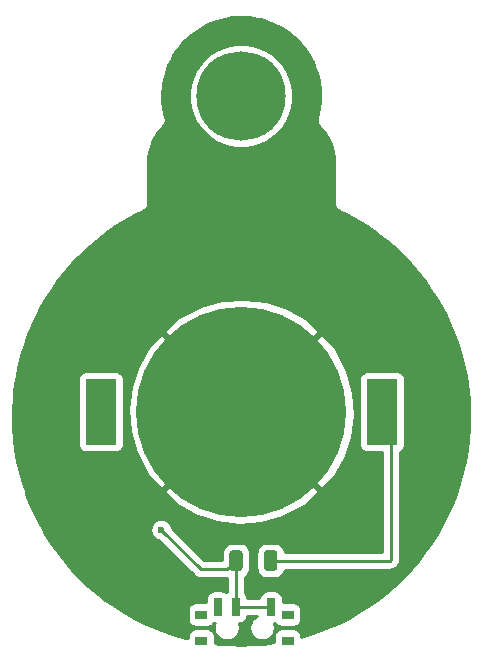
<source format=gbl>
%TF.GenerationSoftware,KiCad,Pcbnew,(5.1.8)-1*%
%TF.CreationDate,2020-11-17T19:57:04-05:00*%
%TF.ProjectId,drawing,64726177-696e-4672-9e6b-696361645f70,rev?*%
%TF.SameCoordinates,Original*%
%TF.FileFunction,Copper,L2,Bot*%
%TF.FilePolarity,Positive*%
%FSLAX46Y46*%
G04 Gerber Fmt 4.6, Leading zero omitted, Abs format (unit mm)*
G04 Created by KiCad (PCBNEW (5.1.8)-1) date 2020-11-17 19:57:04*
%MOMM*%
%LPD*%
G01*
G04 APERTURE LIST*
%TA.AperFunction,SMDPad,CuDef*%
%ADD10R,1.000000X0.800000*%
%TD*%
%TA.AperFunction,SMDPad,CuDef*%
%ADD11R,0.700000X1.500000*%
%TD*%
%TA.AperFunction,SMDPad,CuDef*%
%ADD12C,17.800000*%
%TD*%
%TA.AperFunction,SMDPad,CuDef*%
%ADD13R,2.600000X5.560000*%
%TD*%
%TA.AperFunction,ComponentPad*%
%ADD14C,7.559524*%
%TD*%
%TA.AperFunction,ViaPad*%
%ADD15C,0.600000*%
%TD*%
%TA.AperFunction,Conductor*%
%ADD16C,0.250000*%
%TD*%
%TA.AperFunction,Conductor*%
%ADD17C,0.254000*%
%TD*%
%TA.AperFunction,Conductor*%
%ADD18C,0.100000*%
%TD*%
G04 APERTURE END LIST*
D10*
%TO.P,SW1,*%
%TO.N,*%
X1900000Y-9970000D03*
X-5400000Y-9970000D03*
X-5400000Y-12180000D03*
X1900000Y-12180000D03*
D11*
%TO.P,SW1,3*%
%TO.N,Net-(SW1-Pad3)*%
X-4000000Y-9320000D03*
%TO.P,SW1,2*%
%TO.N,/VRes*%
X-2500000Y-9320000D03*
%TO.P,SW1,1*%
X500000Y-9320000D03*
%TD*%
%TO.P,R1,2*%
%TO.N,/Vin*%
%TA.AperFunction,SMDPad,CuDef*%
G36*
G01*
X-100000Y-6025001D02*
X-100000Y-4774999D01*
G75*
G02*
X149999Y-4525000I249999J0D01*
G01*
X775001Y-4525000D01*
G75*
G02*
X1025000Y-4774999I0J-249999D01*
G01*
X1025000Y-6025001D01*
G75*
G02*
X775001Y-6275000I-249999J0D01*
G01*
X149999Y-6275000D01*
G75*
G02*
X-100000Y-6025001I0J249999D01*
G01*
G37*
%TD.AperFunction*%
%TO.P,R1,1*%
%TO.N,/VRes*%
%TA.AperFunction,SMDPad,CuDef*%
G36*
G01*
X-3025000Y-6025001D02*
X-3025000Y-4774999D01*
G75*
G02*
X-2775001Y-4525000I249999J0D01*
G01*
X-2149999Y-4525000D01*
G75*
G02*
X-1900000Y-4774999I0J-249999D01*
G01*
X-1900000Y-6025001D01*
G75*
G02*
X-2149999Y-6275000I-249999J0D01*
G01*
X-2775001Y-6275000D01*
G75*
G02*
X-3025000Y-6025001I0J249999D01*
G01*
G37*
%TD.AperFunction*%
%TD*%
D12*
%TO.P,BT1,2*%
%TO.N,/GND*%
X-2000000Y7200000D03*
D13*
%TO.P,BT1,1*%
%TO.N,/Vin*%
X9905000Y7200000D03*
X-13905000Y7200000D03*
%TD*%
D14*
%TO.P,,1*%
%TO.N,N/C*%
X-2031151Y33936012D03*
%TD*%
D15*
%TO.N,/GND*%
X-16400000Y15200000D03*
%TO.N,/VRes*%
X-8800000Y-2800000D03*
%TD*%
D16*
%TO.N,/Vin*%
X10655000Y7000000D02*
X10655000Y-5345000D01*
X10600000Y-5400000D02*
X462500Y-5400000D01*
X10655000Y-5345000D02*
X10600000Y-5400000D01*
%TO.N,/VRes*%
X-2500000Y-9320000D02*
X500000Y-9320000D01*
X-2462500Y-9282500D02*
X-2500000Y-9320000D01*
X-2462500Y-5400000D02*
X-2462500Y-9282500D01*
X-2462500Y-5400000D02*
X-3200000Y-6137500D01*
X-5462500Y-6137500D02*
X-8800000Y-2800000D01*
X-3200000Y-6137500D02*
X-5462500Y-6137500D01*
%TD*%
D17*
%TO.N,/GND*%
X-1699614Y40613051D02*
X-1370345Y40588550D01*
X-1043844Y40548009D01*
X-720800Y40491635D01*
X-401601Y40419659D01*
X-86775Y40332303D01*
X222986Y40229805D01*
X527308Y40112384D01*
X825425Y39980286D01*
X1116958Y39833702D01*
X1401338Y39672869D01*
X1677928Y39498082D01*
X1946173Y39309504D01*
X2205693Y39107313D01*
X2455907Y38891755D01*
X2696191Y38663172D01*
X2924792Y38422869D01*
X3140307Y38172795D01*
X3342450Y37913247D01*
X3531041Y37644919D01*
X3705916Y37368275D01*
X3866714Y37083954D01*
X4013280Y36792455D01*
X4145350Y36494302D01*
X4262830Y36189940D01*
X4365318Y35880210D01*
X4452647Y35565536D01*
X4524581Y35246233D01*
X4581005Y34923112D01*
X4621541Y34596741D01*
X4646027Y34267537D01*
X4654102Y33939583D01*
X4637284Y33464209D01*
X4587397Y32995453D01*
X4504683Y32531367D01*
X4391033Y32080965D01*
X4379081Y32047090D01*
X4369797Y31982531D01*
X4360075Y31917765D01*
X4360176Y31915632D01*
X4359874Y31913531D01*
X4363366Y31848329D01*
X4366463Y31782984D01*
X4366976Y31780921D01*
X4367090Y31778793D01*
X4383259Y31715432D01*
X4399022Y31652037D01*
X4399929Y31650111D01*
X4400455Y31648049D01*
X4428648Y31589118D01*
X4456502Y31529960D01*
X4457768Y31528247D01*
X4458686Y31526328D01*
X4497858Y31473995D01*
X4536693Y31421442D01*
X4563266Y31397274D01*
X4844620Y31089595D01*
X5094512Y30757067D01*
X5311816Y30400584D01*
X5494492Y30022388D01*
X5640298Y29624695D01*
X5747117Y29209319D01*
X5812916Y28777913D01*
X5836301Y28314807D01*
X5836300Y24922335D01*
X5834536Y24911760D01*
X5836300Y24854994D01*
X5836300Y24831954D01*
X5837346Y24821334D01*
X5838727Y24776892D01*
X5843943Y24754351D01*
X5846212Y24731318D01*
X5859125Y24688750D01*
X5869149Y24645434D01*
X5878662Y24624345D01*
X5885381Y24602195D01*
X5906346Y24562972D01*
X5924631Y24522436D01*
X5938079Y24503603D01*
X5948988Y24483194D01*
X5977202Y24448815D01*
X6003045Y24412625D01*
X6019909Y24396777D01*
X6034589Y24378890D01*
X6068966Y24350677D01*
X6101374Y24320222D01*
X6121002Y24307971D01*
X6138893Y24293288D01*
X6178119Y24272322D01*
X6187159Y24266679D01*
X6207784Y24256465D01*
X6257894Y24229681D01*
X6268156Y24226568D01*
X6854064Y23936418D01*
X7465027Y23605921D01*
X8061025Y23255430D01*
X8641574Y22885490D01*
X9206389Y22496521D01*
X9755215Y22089174D01*
X10287672Y21663902D01*
X10803436Y21221240D01*
X11302142Y20761838D01*
X11783446Y20286036D01*
X12247096Y19794573D01*
X12692564Y19287881D01*
X13119738Y18766445D01*
X13528067Y18230923D01*
X13917367Y17681788D01*
X14287161Y17119515D01*
X14637285Y16544734D01*
X14967202Y15958010D01*
X15276729Y15359912D01*
X15565409Y14750776D01*
X15833020Y14131338D01*
X16079079Y13502189D01*
X16303303Y12863699D01*
X16505327Y12216392D01*
X16684951Y11560861D01*
X16841671Y10897770D01*
X16975236Y10227337D01*
X17085324Y9550492D01*
X17171554Y8867506D01*
X17233458Y8178941D01*
X17270935Y7485216D01*
X17283547Y6789384D01*
X17259732Y5829343D01*
X17188941Y4878061D01*
X17071796Y3934818D01*
X16908979Y3001376D01*
X16700964Y2079120D01*
X16448609Y1169657D01*
X16152506Y274590D01*
X15813354Y-604382D01*
X15431579Y-1465863D01*
X15008200Y-2308178D01*
X14543598Y-3129609D01*
X14038532Y-3928829D01*
X13493593Y-4704086D01*
X12909496Y-5453815D01*
X12286986Y-6176568D01*
X11626509Y-6870558D01*
X10932376Y-7531082D01*
X10209686Y-8153718D01*
X9459904Y-8737880D01*
X8684738Y-9282728D01*
X7885494Y-9787905D01*
X7064068Y-10252505D01*
X6221765Y-10675976D01*
X5360282Y-11057656D01*
X4481260Y-11396923D01*
X3586307Y-11693020D01*
X3038072Y-11845201D01*
X3038072Y-11780000D01*
X3025812Y-11655518D01*
X2989502Y-11535820D01*
X2930537Y-11425506D01*
X2851185Y-11328815D01*
X2754494Y-11249463D01*
X2644180Y-11190498D01*
X2524482Y-11154188D01*
X2400000Y-11141928D01*
X1400000Y-11141928D01*
X1275518Y-11154188D01*
X1155820Y-11190498D01*
X1045506Y-11249463D01*
X948815Y-11328815D01*
X869463Y-11425506D01*
X810498Y-11535820D01*
X774188Y-11655518D01*
X761928Y-11780000D01*
X761928Y-12323644D01*
X-122073Y-12433442D01*
X-1073339Y-12504232D01*
X-2031216Y-12527990D01*
X-2988957Y-12504232D01*
X-3940239Y-12433441D01*
X-4261928Y-12393489D01*
X-4261928Y-11780000D01*
X-4274188Y-11655518D01*
X-4310498Y-11535820D01*
X-4369463Y-11425506D01*
X-4448815Y-11328815D01*
X-4545506Y-11249463D01*
X-4655820Y-11190498D01*
X-4775518Y-11154188D01*
X-4900000Y-11141928D01*
X-5900000Y-11141928D01*
X-6024482Y-11154188D01*
X-6144180Y-11190498D01*
X-6254494Y-11249463D01*
X-6351185Y-11328815D01*
X-6430537Y-11425506D01*
X-6489502Y-11535820D01*
X-6525812Y-11655518D01*
X-6538072Y-11780000D01*
X-6538072Y-11990801D01*
X-6739161Y-11945467D01*
X-7648596Y-11693023D01*
X-8543555Y-11396925D01*
X-9422576Y-11057659D01*
X-10284058Y-10675979D01*
X-11126361Y-10252509D01*
X-11947786Y-9787910D01*
X-12747027Y-9282735D01*
X-13522294Y-8737886D01*
X-14271967Y-8153734D01*
X-14994657Y-7531099D01*
X-15688791Y-6870576D01*
X-16349280Y-6176576D01*
X-16971905Y-5453803D01*
X-17555960Y-4704129D01*
X-18100802Y-3928875D01*
X-18605893Y-3129616D01*
X-18844409Y-2707911D01*
X-9735000Y-2707911D01*
X-9735000Y-2892089D01*
X-9699068Y-3072729D01*
X-9628586Y-3242889D01*
X-9526262Y-3396028D01*
X-9396028Y-3526262D01*
X-9242889Y-3628586D01*
X-9072729Y-3699068D01*
X-8951648Y-3723153D01*
X-6026299Y-6648503D01*
X-6002501Y-6677501D01*
X-5886776Y-6772474D01*
X-5754747Y-6843046D01*
X-5611486Y-6886503D01*
X-5499833Y-6897500D01*
X-5499825Y-6897500D01*
X-5462500Y-6901176D01*
X-5425175Y-6897500D01*
X-3237322Y-6897500D01*
X-3222500Y-6898960D01*
X-3222499Y-8054240D01*
X-3250000Y-8076809D01*
X-3295506Y-8039463D01*
X-3405820Y-7980498D01*
X-3525518Y-7944188D01*
X-3650000Y-7931928D01*
X-4350000Y-7931928D01*
X-4474482Y-7944188D01*
X-4594180Y-7980498D01*
X-4704494Y-8039463D01*
X-4801185Y-8118815D01*
X-4880537Y-8215506D01*
X-4939502Y-8325820D01*
X-4975812Y-8445518D01*
X-4988072Y-8570000D01*
X-4988072Y-8931928D01*
X-5900000Y-8931928D01*
X-6024482Y-8944188D01*
X-6144180Y-8980498D01*
X-6254494Y-9039463D01*
X-6351185Y-9118815D01*
X-6430537Y-9215506D01*
X-6489502Y-9325820D01*
X-6525812Y-9445518D01*
X-6538072Y-9570000D01*
X-6538072Y-10370000D01*
X-6525812Y-10494482D01*
X-6489502Y-10614180D01*
X-6430537Y-10724494D01*
X-6351185Y-10821185D01*
X-6254494Y-10900537D01*
X-6144180Y-10959502D01*
X-6024482Y-10995812D01*
X-5900000Y-11008072D01*
X-4900000Y-11008072D01*
X-4775518Y-10995812D01*
X-4655820Y-10959502D01*
X-4545506Y-10900537D01*
X-4448815Y-10821185D01*
X-4369463Y-10724494D01*
X-4360151Y-10707072D01*
X-4350000Y-10708072D01*
X-4270338Y-10708072D01*
X-4293304Y-10763517D01*
X-4335000Y-10973137D01*
X-4335000Y-11186863D01*
X-4293304Y-11396483D01*
X-4211515Y-11593940D01*
X-4092775Y-11771647D01*
X-3941647Y-11922775D01*
X-3763940Y-12041515D01*
X-3566483Y-12123304D01*
X-3356863Y-12165000D01*
X-3143137Y-12165000D01*
X-2933517Y-12123304D01*
X-2736060Y-12041515D01*
X-2558353Y-11922775D01*
X-2407225Y-11771647D01*
X-2288485Y-11593940D01*
X-2206696Y-11396483D01*
X-2165000Y-11186863D01*
X-2165000Y-10973137D01*
X-2206696Y-10763517D01*
X-2229662Y-10708072D01*
X-2150000Y-10708072D01*
X-2025518Y-10695812D01*
X-1905820Y-10659502D01*
X-1795506Y-10600537D01*
X-1698815Y-10521185D01*
X-1619463Y-10424494D01*
X-1560498Y-10314180D01*
X-1524188Y-10194482D01*
X-1512913Y-10080000D01*
X-671029Y-10080000D01*
X-763940Y-10118485D01*
X-941647Y-10237225D01*
X-1092775Y-10388353D01*
X-1211515Y-10566060D01*
X-1293304Y-10763517D01*
X-1335000Y-10973137D01*
X-1335000Y-11186863D01*
X-1293304Y-11396483D01*
X-1211515Y-11593940D01*
X-1092775Y-11771647D01*
X-941647Y-11922775D01*
X-763940Y-12041515D01*
X-566483Y-12123304D01*
X-356863Y-12165000D01*
X-143137Y-12165000D01*
X66483Y-12123304D01*
X263940Y-12041515D01*
X441647Y-11922775D01*
X592775Y-11771647D01*
X711515Y-11593940D01*
X793304Y-11396483D01*
X835000Y-11186863D01*
X835000Y-10973137D01*
X793304Y-10763517D01*
X770338Y-10708072D01*
X850000Y-10708072D01*
X860151Y-10707072D01*
X869463Y-10724494D01*
X948815Y-10821185D01*
X1045506Y-10900537D01*
X1155820Y-10959502D01*
X1275518Y-10995812D01*
X1400000Y-11008072D01*
X2400000Y-11008072D01*
X2524482Y-10995812D01*
X2644180Y-10959502D01*
X2754494Y-10900537D01*
X2851185Y-10821185D01*
X2930537Y-10724494D01*
X2989502Y-10614180D01*
X3025812Y-10494482D01*
X3038072Y-10370000D01*
X3038072Y-9570000D01*
X3025812Y-9445518D01*
X2989502Y-9325820D01*
X2930537Y-9215506D01*
X2851185Y-9118815D01*
X2754494Y-9039463D01*
X2644180Y-8980498D01*
X2524482Y-8944188D01*
X2400000Y-8931928D01*
X1488072Y-8931928D01*
X1488072Y-8570000D01*
X1475812Y-8445518D01*
X1439502Y-8325820D01*
X1380537Y-8215506D01*
X1301185Y-8118815D01*
X1204494Y-8039463D01*
X1094180Y-7980498D01*
X974482Y-7944188D01*
X850000Y-7931928D01*
X150000Y-7931928D01*
X25518Y-7944188D01*
X-94180Y-7980498D01*
X-204494Y-8039463D01*
X-301185Y-8118815D01*
X-380537Y-8215506D01*
X-439502Y-8325820D01*
X-475812Y-8445518D01*
X-487087Y-8560000D01*
X-1512913Y-8560000D01*
X-1524188Y-8445518D01*
X-1560498Y-8325820D01*
X-1619463Y-8215506D01*
X-1698815Y-8118815D01*
X-1702500Y-8115791D01*
X-1702500Y-6787932D01*
X-1656613Y-6763405D01*
X-1522038Y-6652962D01*
X-1411595Y-6518387D01*
X-1329528Y-6364851D01*
X-1278992Y-6198255D01*
X-1261928Y-6025001D01*
X-1261928Y-4774999D01*
X-738072Y-4774999D01*
X-738072Y-6025001D01*
X-721008Y-6198255D01*
X-670472Y-6364851D01*
X-588405Y-6518387D01*
X-477962Y-6652962D01*
X-343387Y-6763405D01*
X-189851Y-6845472D01*
X-23255Y-6896008D01*
X149999Y-6913072D01*
X775001Y-6913072D01*
X948255Y-6896008D01*
X1114851Y-6845472D01*
X1268387Y-6763405D01*
X1402962Y-6652962D01*
X1513405Y-6518387D01*
X1595472Y-6364851D01*
X1646008Y-6198255D01*
X1649776Y-6160000D01*
X10562678Y-6160000D01*
X10600000Y-6163676D01*
X10637322Y-6160000D01*
X10637333Y-6160000D01*
X10748986Y-6149003D01*
X10892247Y-6105546D01*
X11024276Y-6034974D01*
X11140001Y-5940001D01*
X11163804Y-5910997D01*
X11165997Y-5908804D01*
X11195001Y-5885001D01*
X11289974Y-5769276D01*
X11360546Y-5637247D01*
X11404003Y-5493986D01*
X11415000Y-5382333D01*
X11415000Y-5382325D01*
X11418676Y-5345000D01*
X11415000Y-5307675D01*
X11415000Y3820130D01*
X11449180Y3830498D01*
X11559494Y3889463D01*
X11656185Y3968815D01*
X11735537Y4065506D01*
X11794502Y4175820D01*
X11830812Y4295518D01*
X11843072Y4420000D01*
X11843072Y9980000D01*
X11830812Y10104482D01*
X11794502Y10224180D01*
X11735537Y10334494D01*
X11656185Y10431185D01*
X11559494Y10510537D01*
X11449180Y10569502D01*
X11329482Y10605812D01*
X11205000Y10618072D01*
X8605000Y10618072D01*
X8480518Y10605812D01*
X8360820Y10569502D01*
X8250506Y10510537D01*
X8153815Y10431185D01*
X8074463Y10334494D01*
X8015498Y10224180D01*
X7979188Y10104482D01*
X7966928Y9980000D01*
X7966928Y4420000D01*
X7979188Y4295518D01*
X8015498Y4175820D01*
X8074463Y4065506D01*
X8153815Y3968815D01*
X8250506Y3889463D01*
X8360820Y3830498D01*
X8480518Y3794188D01*
X8605000Y3781928D01*
X9895000Y3781928D01*
X9895001Y-4640000D01*
X1649776Y-4640000D01*
X1646008Y-4601745D01*
X1595472Y-4435149D01*
X1513405Y-4281613D01*
X1402962Y-4147038D01*
X1268387Y-4036595D01*
X1114851Y-3954528D01*
X948255Y-3903992D01*
X775001Y-3886928D01*
X149999Y-3886928D01*
X-23255Y-3903992D01*
X-189851Y-3954528D01*
X-343387Y-4036595D01*
X-477962Y-4147038D01*
X-588405Y-4281613D01*
X-670472Y-4435149D01*
X-721008Y-4601745D01*
X-738072Y-4774999D01*
X-1261928Y-4774999D01*
X-1278992Y-4601745D01*
X-1329528Y-4435149D01*
X-1411595Y-4281613D01*
X-1522038Y-4147038D01*
X-1656613Y-4036595D01*
X-1810149Y-3954528D01*
X-1976745Y-3903992D01*
X-2149999Y-3886928D01*
X-2775001Y-3886928D01*
X-2948255Y-3903992D01*
X-3114851Y-3954528D01*
X-3268387Y-4036595D01*
X-3402962Y-4147038D01*
X-3513405Y-4281613D01*
X-3595472Y-4435149D01*
X-3646008Y-4601745D01*
X-3663072Y-4774999D01*
X-3663072Y-5377500D01*
X-5147698Y-5377500D01*
X-7876847Y-2648352D01*
X-7900932Y-2527271D01*
X-7971414Y-2357111D01*
X-8073738Y-2203972D01*
X-8203972Y-2073738D01*
X-8357111Y-1971414D01*
X-8527271Y-1900932D01*
X-8707911Y-1865000D01*
X-8892089Y-1865000D01*
X-9072729Y-1900932D01*
X-9242889Y-1971414D01*
X-9396028Y-2073738D01*
X-9526262Y-2203972D01*
X-9628586Y-2357111D01*
X-9699068Y-2527271D01*
X-9735000Y-2707911D01*
X-18844409Y-2707911D01*
X-19070505Y-2308168D01*
X-19493976Y-1465865D01*
X-19875639Y-604421D01*
X-20214818Y274621D01*
X-20272249Y448170D01*
X-8572225Y448170D01*
X-7528410Y-625270D01*
X-5895549Y-1553449D01*
X-4112984Y-2145238D01*
X-2249218Y-2377894D01*
X-375875Y-2242478D01*
X1435054Y-1744192D01*
X3113976Y-902186D01*
X3528410Y-625270D01*
X4572225Y448170D01*
X-2000000Y7020395D01*
X-8572225Y448170D01*
X-20272249Y448170D01*
X-20511016Y1169684D01*
X-20763357Y2079094D01*
X-20971276Y3001359D01*
X-21134096Y3934816D01*
X-21251241Y4878058D01*
X-21322032Y5829341D01*
X-21345848Y6789417D01*
X-21333333Y7485263D01*
X-21295860Y8178890D01*
X-21233854Y8867521D01*
X-21147716Y9550543D01*
X-21077876Y9980000D01*
X-15843072Y9980000D01*
X-15843072Y4420000D01*
X-15830812Y4295518D01*
X-15794502Y4175820D01*
X-15735537Y4065506D01*
X-15656185Y3968815D01*
X-15559494Y3889463D01*
X-15449180Y3830498D01*
X-15329482Y3794188D01*
X-15205000Y3781928D01*
X-12605000Y3781928D01*
X-12480518Y3794188D01*
X-12360820Y3830498D01*
X-12250506Y3889463D01*
X-12153815Y3968815D01*
X-12074463Y4065506D01*
X-12015498Y4175820D01*
X-11979188Y4295518D01*
X-11966928Y4420000D01*
X-11966928Y7449218D01*
X-11577894Y7449218D01*
X-11442478Y5575875D01*
X-10944192Y3764946D01*
X-10102186Y2086024D01*
X-9825270Y1671590D01*
X-8751830Y627775D01*
X-2179605Y7200000D01*
X-1820395Y7200000D01*
X4751830Y627775D01*
X5825270Y1671590D01*
X6753449Y3304451D01*
X7345238Y5087016D01*
X7577894Y6950782D01*
X7442478Y8824125D01*
X6944192Y10635054D01*
X6102186Y12313976D01*
X5825270Y12728410D01*
X4751830Y13772225D01*
X-1820395Y7200000D01*
X-2179605Y7200000D01*
X-8751830Y13772225D01*
X-9825270Y12728410D01*
X-10753449Y11095549D01*
X-11345238Y9312984D01*
X-11577894Y7449218D01*
X-11966928Y7449218D01*
X-11966928Y9980000D01*
X-11979188Y10104482D01*
X-12015498Y10224180D01*
X-12074463Y10334494D01*
X-12153815Y10431185D01*
X-12250506Y10510537D01*
X-12360820Y10569502D01*
X-12480518Y10605812D01*
X-12605000Y10618072D01*
X-15205000Y10618072D01*
X-15329482Y10605812D01*
X-15449180Y10569502D01*
X-15559494Y10510537D01*
X-15656185Y10431185D01*
X-15735537Y10334494D01*
X-15794502Y10224180D01*
X-15830812Y10104482D01*
X-15843072Y9980000D01*
X-21077876Y9980000D01*
X-21037633Y10227453D01*
X-20904070Y10897875D01*
X-20747337Y11561017D01*
X-20567824Y12216499D01*
X-20365708Y12863789D01*
X-20141469Y13502416D01*
X-19965704Y13951830D01*
X-8572225Y13951830D01*
X-2000000Y7379605D01*
X4572225Y13951830D01*
X3528410Y15025270D01*
X1895549Y15953449D01*
X112984Y16545238D01*
X-1750782Y16777894D01*
X-3624125Y16642478D01*
X-5435054Y16144192D01*
X-7113976Y15302186D01*
X-7528410Y15025270D01*
X-8572225Y13951830D01*
X-19965704Y13951830D01*
X-19895394Y14131605D01*
X-19627867Y14751166D01*
X-19339227Y15360119D01*
X-19029683Y15958344D01*
X-18699771Y16545057D01*
X-18349687Y17119774D01*
X-17979757Y17682105D01*
X-17590547Y18231249D01*
X-17182153Y18766727D01*
X-16754948Y19288201D01*
X-16309421Y19795056D01*
X-15845915Y20286467D01*
X-15364490Y20762290D01*
X-14865842Y21221732D01*
X-14350090Y21664288D01*
X-13817564Y22089614D01*
X-13268786Y22497021D01*
X-12703874Y22885991D01*
X-12123396Y23255948D01*
X-11527434Y23606417D01*
X-10916356Y23936923D01*
X-10330459Y24227067D01*
X-10320194Y24230181D01*
X-10270071Y24256972D01*
X-10249460Y24267179D01*
X-10240426Y24272818D01*
X-10201193Y24293788D01*
X-10183298Y24308474D01*
X-10163675Y24320722D01*
X-10131277Y24351167D01*
X-10096889Y24379389D01*
X-10082205Y24397281D01*
X-10065345Y24413125D01*
X-10039508Y24449307D01*
X-10011288Y24483693D01*
X-10000376Y24504108D01*
X-9986932Y24522935D01*
X-9968650Y24563463D01*
X-9947681Y24602694D01*
X-9940962Y24624845D01*
X-9931449Y24645933D01*
X-9921425Y24689249D01*
X-9908512Y24731817D01*
X-9906243Y24754850D01*
X-9901027Y24777391D01*
X-9899646Y24821828D01*
X-9898600Y24832453D01*
X-9898600Y24855512D01*
X-9896837Y24912260D01*
X-9898600Y24922829D01*
X-9898600Y28314826D01*
X-9875216Y28777914D01*
X-9809417Y29209320D01*
X-9702598Y29624696D01*
X-9556770Y30022446D01*
X-9374205Y30400590D01*
X-9156845Y30757023D01*
X-8906916Y31089599D01*
X-8625566Y31397274D01*
X-8598993Y31421442D01*
X-8560158Y31473995D01*
X-8520986Y31526328D01*
X-8520068Y31528247D01*
X-8518802Y31529960D01*
X-8490963Y31589085D01*
X-8462755Y31648048D01*
X-8462228Y31650112D01*
X-8461322Y31652037D01*
X-8445569Y31715393D01*
X-8429390Y31778792D01*
X-8429276Y31780921D01*
X-8428763Y31782984D01*
X-8425666Y31848321D01*
X-8422174Y31913531D01*
X-8422476Y31915632D01*
X-8422375Y31917766D01*
X-8432100Y31982555D01*
X-8441381Y32047090D01*
X-8453331Y32080960D01*
X-8566997Y32531422D01*
X-8649793Y32995459D01*
X-8699589Y33464204D01*
X-8716494Y33939436D01*
X-8707951Y34278249D01*
X-8700956Y34370828D01*
X-6445913Y34370828D01*
X-6445913Y33501196D01*
X-6276256Y32648273D01*
X-5943462Y31844838D01*
X-5460320Y31121765D01*
X-4845398Y30506843D01*
X-4122325Y30023701D01*
X-3318890Y29690907D01*
X-2465967Y29521250D01*
X-1596335Y29521250D01*
X-743412Y29690907D01*
X60023Y30023701D01*
X783096Y30506843D01*
X1398018Y31121765D01*
X1881160Y31844838D01*
X2213954Y32648273D01*
X2383611Y33501196D01*
X2383611Y34370828D01*
X2213954Y35223751D01*
X1881160Y36027186D01*
X1398018Y36750259D01*
X783096Y37365181D01*
X60023Y37848323D01*
X-743412Y38181117D01*
X-1596335Y38350774D01*
X-2465967Y38350774D01*
X-3318890Y38181117D01*
X-4122325Y37848323D01*
X-4845398Y37365181D01*
X-5460320Y36750259D01*
X-5943462Y36027186D01*
X-6276256Y35223751D01*
X-6445913Y34370828D01*
X-8700956Y34370828D01*
X-8682436Y34615934D01*
X-8640526Y34948493D01*
X-8582514Y35275534D01*
X-8508819Y35596873D01*
X-8419907Y35912095D01*
X-8316136Y36220870D01*
X-8197939Y36522706D01*
X-8065646Y36817394D01*
X-7919850Y37104270D01*
X-7760679Y37383158D01*
X-7588808Y37653435D01*
X-7404493Y37914670D01*
X-7207971Y38166835D01*
X-7000074Y38409036D01*
X-6780912Y38640993D01*
X-6550993Y38862380D01*
X-6310834Y39072598D01*
X-6060640Y39271338D01*
X-5801026Y39458222D01*
X-5532342Y39632730D01*
X-5255103Y39794485D01*
X-4969586Y39943074D01*
X-4676238Y40078099D01*
X-4375467Y40199169D01*
X-4067782Y40305848D01*
X-3753392Y40397755D01*
X-3432696Y40474475D01*
X-3106181Y40535616D01*
X-2774101Y40580744D01*
X-2436706Y40609446D01*
X-2089070Y40621470D01*
X-2039666Y40621470D01*
X-1699614Y40613051D01*
%TA.AperFunction,Conductor*%
D18*
G36*
X-1699614Y40613051D02*
G01*
X-1370345Y40588550D01*
X-1043844Y40548009D01*
X-720800Y40491635D01*
X-401601Y40419659D01*
X-86775Y40332303D01*
X222986Y40229805D01*
X527308Y40112384D01*
X825425Y39980286D01*
X1116958Y39833702D01*
X1401338Y39672869D01*
X1677928Y39498082D01*
X1946173Y39309504D01*
X2205693Y39107313D01*
X2455907Y38891755D01*
X2696191Y38663172D01*
X2924792Y38422869D01*
X3140307Y38172795D01*
X3342450Y37913247D01*
X3531041Y37644919D01*
X3705916Y37368275D01*
X3866714Y37083954D01*
X4013280Y36792455D01*
X4145350Y36494302D01*
X4262830Y36189940D01*
X4365318Y35880210D01*
X4452647Y35565536D01*
X4524581Y35246233D01*
X4581005Y34923112D01*
X4621541Y34596741D01*
X4646027Y34267537D01*
X4654102Y33939583D01*
X4637284Y33464209D01*
X4587397Y32995453D01*
X4504683Y32531367D01*
X4391033Y32080965D01*
X4379081Y32047090D01*
X4369797Y31982531D01*
X4360075Y31917765D01*
X4360176Y31915632D01*
X4359874Y31913531D01*
X4363366Y31848329D01*
X4366463Y31782984D01*
X4366976Y31780921D01*
X4367090Y31778793D01*
X4383259Y31715432D01*
X4399022Y31652037D01*
X4399929Y31650111D01*
X4400455Y31648049D01*
X4428648Y31589118D01*
X4456502Y31529960D01*
X4457768Y31528247D01*
X4458686Y31526328D01*
X4497858Y31473995D01*
X4536693Y31421442D01*
X4563266Y31397274D01*
X4844620Y31089595D01*
X5094512Y30757067D01*
X5311816Y30400584D01*
X5494492Y30022388D01*
X5640298Y29624695D01*
X5747117Y29209319D01*
X5812916Y28777913D01*
X5836301Y28314807D01*
X5836300Y24922335D01*
X5834536Y24911760D01*
X5836300Y24854994D01*
X5836300Y24831954D01*
X5837346Y24821334D01*
X5838727Y24776892D01*
X5843943Y24754351D01*
X5846212Y24731318D01*
X5859125Y24688750D01*
X5869149Y24645434D01*
X5878662Y24624345D01*
X5885381Y24602195D01*
X5906346Y24562972D01*
X5924631Y24522436D01*
X5938079Y24503603D01*
X5948988Y24483194D01*
X5977202Y24448815D01*
X6003045Y24412625D01*
X6019909Y24396777D01*
X6034589Y24378890D01*
X6068966Y24350677D01*
X6101374Y24320222D01*
X6121002Y24307971D01*
X6138893Y24293288D01*
X6178119Y24272322D01*
X6187159Y24266679D01*
X6207784Y24256465D01*
X6257894Y24229681D01*
X6268156Y24226568D01*
X6854064Y23936418D01*
X7465027Y23605921D01*
X8061025Y23255430D01*
X8641574Y22885490D01*
X9206389Y22496521D01*
X9755215Y22089174D01*
X10287672Y21663902D01*
X10803436Y21221240D01*
X11302142Y20761838D01*
X11783446Y20286036D01*
X12247096Y19794573D01*
X12692564Y19287881D01*
X13119738Y18766445D01*
X13528067Y18230923D01*
X13917367Y17681788D01*
X14287161Y17119515D01*
X14637285Y16544734D01*
X14967202Y15958010D01*
X15276729Y15359912D01*
X15565409Y14750776D01*
X15833020Y14131338D01*
X16079079Y13502189D01*
X16303303Y12863699D01*
X16505327Y12216392D01*
X16684951Y11560861D01*
X16841671Y10897770D01*
X16975236Y10227337D01*
X17085324Y9550492D01*
X17171554Y8867506D01*
X17233458Y8178941D01*
X17270935Y7485216D01*
X17283547Y6789384D01*
X17259732Y5829343D01*
X17188941Y4878061D01*
X17071796Y3934818D01*
X16908979Y3001376D01*
X16700964Y2079120D01*
X16448609Y1169657D01*
X16152506Y274590D01*
X15813354Y-604382D01*
X15431579Y-1465863D01*
X15008200Y-2308178D01*
X14543598Y-3129609D01*
X14038532Y-3928829D01*
X13493593Y-4704086D01*
X12909496Y-5453815D01*
X12286986Y-6176568D01*
X11626509Y-6870558D01*
X10932376Y-7531082D01*
X10209686Y-8153718D01*
X9459904Y-8737880D01*
X8684738Y-9282728D01*
X7885494Y-9787905D01*
X7064068Y-10252505D01*
X6221765Y-10675976D01*
X5360282Y-11057656D01*
X4481260Y-11396923D01*
X3586307Y-11693020D01*
X3038072Y-11845201D01*
X3038072Y-11780000D01*
X3025812Y-11655518D01*
X2989502Y-11535820D01*
X2930537Y-11425506D01*
X2851185Y-11328815D01*
X2754494Y-11249463D01*
X2644180Y-11190498D01*
X2524482Y-11154188D01*
X2400000Y-11141928D01*
X1400000Y-11141928D01*
X1275518Y-11154188D01*
X1155820Y-11190498D01*
X1045506Y-11249463D01*
X948815Y-11328815D01*
X869463Y-11425506D01*
X810498Y-11535820D01*
X774188Y-11655518D01*
X761928Y-11780000D01*
X761928Y-12323644D01*
X-122073Y-12433442D01*
X-1073339Y-12504232D01*
X-2031216Y-12527990D01*
X-2988957Y-12504232D01*
X-3940239Y-12433441D01*
X-4261928Y-12393489D01*
X-4261928Y-11780000D01*
X-4274188Y-11655518D01*
X-4310498Y-11535820D01*
X-4369463Y-11425506D01*
X-4448815Y-11328815D01*
X-4545506Y-11249463D01*
X-4655820Y-11190498D01*
X-4775518Y-11154188D01*
X-4900000Y-11141928D01*
X-5900000Y-11141928D01*
X-6024482Y-11154188D01*
X-6144180Y-11190498D01*
X-6254494Y-11249463D01*
X-6351185Y-11328815D01*
X-6430537Y-11425506D01*
X-6489502Y-11535820D01*
X-6525812Y-11655518D01*
X-6538072Y-11780000D01*
X-6538072Y-11990801D01*
X-6739161Y-11945467D01*
X-7648596Y-11693023D01*
X-8543555Y-11396925D01*
X-9422576Y-11057659D01*
X-10284058Y-10675979D01*
X-11126361Y-10252509D01*
X-11947786Y-9787910D01*
X-12747027Y-9282735D01*
X-13522294Y-8737886D01*
X-14271967Y-8153734D01*
X-14994657Y-7531099D01*
X-15688791Y-6870576D01*
X-16349280Y-6176576D01*
X-16971905Y-5453803D01*
X-17555960Y-4704129D01*
X-18100802Y-3928875D01*
X-18605893Y-3129616D01*
X-18844409Y-2707911D01*
X-9735000Y-2707911D01*
X-9735000Y-2892089D01*
X-9699068Y-3072729D01*
X-9628586Y-3242889D01*
X-9526262Y-3396028D01*
X-9396028Y-3526262D01*
X-9242889Y-3628586D01*
X-9072729Y-3699068D01*
X-8951648Y-3723153D01*
X-6026299Y-6648503D01*
X-6002501Y-6677501D01*
X-5886776Y-6772474D01*
X-5754747Y-6843046D01*
X-5611486Y-6886503D01*
X-5499833Y-6897500D01*
X-5499825Y-6897500D01*
X-5462500Y-6901176D01*
X-5425175Y-6897500D01*
X-3237322Y-6897500D01*
X-3222500Y-6898960D01*
X-3222499Y-8054240D01*
X-3250000Y-8076809D01*
X-3295506Y-8039463D01*
X-3405820Y-7980498D01*
X-3525518Y-7944188D01*
X-3650000Y-7931928D01*
X-4350000Y-7931928D01*
X-4474482Y-7944188D01*
X-4594180Y-7980498D01*
X-4704494Y-8039463D01*
X-4801185Y-8118815D01*
X-4880537Y-8215506D01*
X-4939502Y-8325820D01*
X-4975812Y-8445518D01*
X-4988072Y-8570000D01*
X-4988072Y-8931928D01*
X-5900000Y-8931928D01*
X-6024482Y-8944188D01*
X-6144180Y-8980498D01*
X-6254494Y-9039463D01*
X-6351185Y-9118815D01*
X-6430537Y-9215506D01*
X-6489502Y-9325820D01*
X-6525812Y-9445518D01*
X-6538072Y-9570000D01*
X-6538072Y-10370000D01*
X-6525812Y-10494482D01*
X-6489502Y-10614180D01*
X-6430537Y-10724494D01*
X-6351185Y-10821185D01*
X-6254494Y-10900537D01*
X-6144180Y-10959502D01*
X-6024482Y-10995812D01*
X-5900000Y-11008072D01*
X-4900000Y-11008072D01*
X-4775518Y-10995812D01*
X-4655820Y-10959502D01*
X-4545506Y-10900537D01*
X-4448815Y-10821185D01*
X-4369463Y-10724494D01*
X-4360151Y-10707072D01*
X-4350000Y-10708072D01*
X-4270338Y-10708072D01*
X-4293304Y-10763517D01*
X-4335000Y-10973137D01*
X-4335000Y-11186863D01*
X-4293304Y-11396483D01*
X-4211515Y-11593940D01*
X-4092775Y-11771647D01*
X-3941647Y-11922775D01*
X-3763940Y-12041515D01*
X-3566483Y-12123304D01*
X-3356863Y-12165000D01*
X-3143137Y-12165000D01*
X-2933517Y-12123304D01*
X-2736060Y-12041515D01*
X-2558353Y-11922775D01*
X-2407225Y-11771647D01*
X-2288485Y-11593940D01*
X-2206696Y-11396483D01*
X-2165000Y-11186863D01*
X-2165000Y-10973137D01*
X-2206696Y-10763517D01*
X-2229662Y-10708072D01*
X-2150000Y-10708072D01*
X-2025518Y-10695812D01*
X-1905820Y-10659502D01*
X-1795506Y-10600537D01*
X-1698815Y-10521185D01*
X-1619463Y-10424494D01*
X-1560498Y-10314180D01*
X-1524188Y-10194482D01*
X-1512913Y-10080000D01*
X-671029Y-10080000D01*
X-763940Y-10118485D01*
X-941647Y-10237225D01*
X-1092775Y-10388353D01*
X-1211515Y-10566060D01*
X-1293304Y-10763517D01*
X-1335000Y-10973137D01*
X-1335000Y-11186863D01*
X-1293304Y-11396483D01*
X-1211515Y-11593940D01*
X-1092775Y-11771647D01*
X-941647Y-11922775D01*
X-763940Y-12041515D01*
X-566483Y-12123304D01*
X-356863Y-12165000D01*
X-143137Y-12165000D01*
X66483Y-12123304D01*
X263940Y-12041515D01*
X441647Y-11922775D01*
X592775Y-11771647D01*
X711515Y-11593940D01*
X793304Y-11396483D01*
X835000Y-11186863D01*
X835000Y-10973137D01*
X793304Y-10763517D01*
X770338Y-10708072D01*
X850000Y-10708072D01*
X860151Y-10707072D01*
X869463Y-10724494D01*
X948815Y-10821185D01*
X1045506Y-10900537D01*
X1155820Y-10959502D01*
X1275518Y-10995812D01*
X1400000Y-11008072D01*
X2400000Y-11008072D01*
X2524482Y-10995812D01*
X2644180Y-10959502D01*
X2754494Y-10900537D01*
X2851185Y-10821185D01*
X2930537Y-10724494D01*
X2989502Y-10614180D01*
X3025812Y-10494482D01*
X3038072Y-10370000D01*
X3038072Y-9570000D01*
X3025812Y-9445518D01*
X2989502Y-9325820D01*
X2930537Y-9215506D01*
X2851185Y-9118815D01*
X2754494Y-9039463D01*
X2644180Y-8980498D01*
X2524482Y-8944188D01*
X2400000Y-8931928D01*
X1488072Y-8931928D01*
X1488072Y-8570000D01*
X1475812Y-8445518D01*
X1439502Y-8325820D01*
X1380537Y-8215506D01*
X1301185Y-8118815D01*
X1204494Y-8039463D01*
X1094180Y-7980498D01*
X974482Y-7944188D01*
X850000Y-7931928D01*
X150000Y-7931928D01*
X25518Y-7944188D01*
X-94180Y-7980498D01*
X-204494Y-8039463D01*
X-301185Y-8118815D01*
X-380537Y-8215506D01*
X-439502Y-8325820D01*
X-475812Y-8445518D01*
X-487087Y-8560000D01*
X-1512913Y-8560000D01*
X-1524188Y-8445518D01*
X-1560498Y-8325820D01*
X-1619463Y-8215506D01*
X-1698815Y-8118815D01*
X-1702500Y-8115791D01*
X-1702500Y-6787932D01*
X-1656613Y-6763405D01*
X-1522038Y-6652962D01*
X-1411595Y-6518387D01*
X-1329528Y-6364851D01*
X-1278992Y-6198255D01*
X-1261928Y-6025001D01*
X-1261928Y-4774999D01*
X-738072Y-4774999D01*
X-738072Y-6025001D01*
X-721008Y-6198255D01*
X-670472Y-6364851D01*
X-588405Y-6518387D01*
X-477962Y-6652962D01*
X-343387Y-6763405D01*
X-189851Y-6845472D01*
X-23255Y-6896008D01*
X149999Y-6913072D01*
X775001Y-6913072D01*
X948255Y-6896008D01*
X1114851Y-6845472D01*
X1268387Y-6763405D01*
X1402962Y-6652962D01*
X1513405Y-6518387D01*
X1595472Y-6364851D01*
X1646008Y-6198255D01*
X1649776Y-6160000D01*
X10562678Y-6160000D01*
X10600000Y-6163676D01*
X10637322Y-6160000D01*
X10637333Y-6160000D01*
X10748986Y-6149003D01*
X10892247Y-6105546D01*
X11024276Y-6034974D01*
X11140001Y-5940001D01*
X11163804Y-5910997D01*
X11165997Y-5908804D01*
X11195001Y-5885001D01*
X11289974Y-5769276D01*
X11360546Y-5637247D01*
X11404003Y-5493986D01*
X11415000Y-5382333D01*
X11415000Y-5382325D01*
X11418676Y-5345000D01*
X11415000Y-5307675D01*
X11415000Y3820130D01*
X11449180Y3830498D01*
X11559494Y3889463D01*
X11656185Y3968815D01*
X11735537Y4065506D01*
X11794502Y4175820D01*
X11830812Y4295518D01*
X11843072Y4420000D01*
X11843072Y9980000D01*
X11830812Y10104482D01*
X11794502Y10224180D01*
X11735537Y10334494D01*
X11656185Y10431185D01*
X11559494Y10510537D01*
X11449180Y10569502D01*
X11329482Y10605812D01*
X11205000Y10618072D01*
X8605000Y10618072D01*
X8480518Y10605812D01*
X8360820Y10569502D01*
X8250506Y10510537D01*
X8153815Y10431185D01*
X8074463Y10334494D01*
X8015498Y10224180D01*
X7979188Y10104482D01*
X7966928Y9980000D01*
X7966928Y4420000D01*
X7979188Y4295518D01*
X8015498Y4175820D01*
X8074463Y4065506D01*
X8153815Y3968815D01*
X8250506Y3889463D01*
X8360820Y3830498D01*
X8480518Y3794188D01*
X8605000Y3781928D01*
X9895000Y3781928D01*
X9895001Y-4640000D01*
X1649776Y-4640000D01*
X1646008Y-4601745D01*
X1595472Y-4435149D01*
X1513405Y-4281613D01*
X1402962Y-4147038D01*
X1268387Y-4036595D01*
X1114851Y-3954528D01*
X948255Y-3903992D01*
X775001Y-3886928D01*
X149999Y-3886928D01*
X-23255Y-3903992D01*
X-189851Y-3954528D01*
X-343387Y-4036595D01*
X-477962Y-4147038D01*
X-588405Y-4281613D01*
X-670472Y-4435149D01*
X-721008Y-4601745D01*
X-738072Y-4774999D01*
X-1261928Y-4774999D01*
X-1278992Y-4601745D01*
X-1329528Y-4435149D01*
X-1411595Y-4281613D01*
X-1522038Y-4147038D01*
X-1656613Y-4036595D01*
X-1810149Y-3954528D01*
X-1976745Y-3903992D01*
X-2149999Y-3886928D01*
X-2775001Y-3886928D01*
X-2948255Y-3903992D01*
X-3114851Y-3954528D01*
X-3268387Y-4036595D01*
X-3402962Y-4147038D01*
X-3513405Y-4281613D01*
X-3595472Y-4435149D01*
X-3646008Y-4601745D01*
X-3663072Y-4774999D01*
X-3663072Y-5377500D01*
X-5147698Y-5377500D01*
X-7876847Y-2648352D01*
X-7900932Y-2527271D01*
X-7971414Y-2357111D01*
X-8073738Y-2203972D01*
X-8203972Y-2073738D01*
X-8357111Y-1971414D01*
X-8527271Y-1900932D01*
X-8707911Y-1865000D01*
X-8892089Y-1865000D01*
X-9072729Y-1900932D01*
X-9242889Y-1971414D01*
X-9396028Y-2073738D01*
X-9526262Y-2203972D01*
X-9628586Y-2357111D01*
X-9699068Y-2527271D01*
X-9735000Y-2707911D01*
X-18844409Y-2707911D01*
X-19070505Y-2308168D01*
X-19493976Y-1465865D01*
X-19875639Y-604421D01*
X-20214818Y274621D01*
X-20272249Y448170D01*
X-8572225Y448170D01*
X-7528410Y-625270D01*
X-5895549Y-1553449D01*
X-4112984Y-2145238D01*
X-2249218Y-2377894D01*
X-375875Y-2242478D01*
X1435054Y-1744192D01*
X3113976Y-902186D01*
X3528410Y-625270D01*
X4572225Y448170D01*
X-2000000Y7020395D01*
X-8572225Y448170D01*
X-20272249Y448170D01*
X-20511016Y1169684D01*
X-20763357Y2079094D01*
X-20971276Y3001359D01*
X-21134096Y3934816D01*
X-21251241Y4878058D01*
X-21322032Y5829341D01*
X-21345848Y6789417D01*
X-21333333Y7485263D01*
X-21295860Y8178890D01*
X-21233854Y8867521D01*
X-21147716Y9550543D01*
X-21077876Y9980000D01*
X-15843072Y9980000D01*
X-15843072Y4420000D01*
X-15830812Y4295518D01*
X-15794502Y4175820D01*
X-15735537Y4065506D01*
X-15656185Y3968815D01*
X-15559494Y3889463D01*
X-15449180Y3830498D01*
X-15329482Y3794188D01*
X-15205000Y3781928D01*
X-12605000Y3781928D01*
X-12480518Y3794188D01*
X-12360820Y3830498D01*
X-12250506Y3889463D01*
X-12153815Y3968815D01*
X-12074463Y4065506D01*
X-12015498Y4175820D01*
X-11979188Y4295518D01*
X-11966928Y4420000D01*
X-11966928Y7449218D01*
X-11577894Y7449218D01*
X-11442478Y5575875D01*
X-10944192Y3764946D01*
X-10102186Y2086024D01*
X-9825270Y1671590D01*
X-8751830Y627775D01*
X-2179605Y7200000D01*
X-1820395Y7200000D01*
X4751830Y627775D01*
X5825270Y1671590D01*
X6753449Y3304451D01*
X7345238Y5087016D01*
X7577894Y6950782D01*
X7442478Y8824125D01*
X6944192Y10635054D01*
X6102186Y12313976D01*
X5825270Y12728410D01*
X4751830Y13772225D01*
X-1820395Y7200000D01*
X-2179605Y7200000D01*
X-8751830Y13772225D01*
X-9825270Y12728410D01*
X-10753449Y11095549D01*
X-11345238Y9312984D01*
X-11577894Y7449218D01*
X-11966928Y7449218D01*
X-11966928Y9980000D01*
X-11979188Y10104482D01*
X-12015498Y10224180D01*
X-12074463Y10334494D01*
X-12153815Y10431185D01*
X-12250506Y10510537D01*
X-12360820Y10569502D01*
X-12480518Y10605812D01*
X-12605000Y10618072D01*
X-15205000Y10618072D01*
X-15329482Y10605812D01*
X-15449180Y10569502D01*
X-15559494Y10510537D01*
X-15656185Y10431185D01*
X-15735537Y10334494D01*
X-15794502Y10224180D01*
X-15830812Y10104482D01*
X-15843072Y9980000D01*
X-21077876Y9980000D01*
X-21037633Y10227453D01*
X-20904070Y10897875D01*
X-20747337Y11561017D01*
X-20567824Y12216499D01*
X-20365708Y12863789D01*
X-20141469Y13502416D01*
X-19965704Y13951830D01*
X-8572225Y13951830D01*
X-2000000Y7379605D01*
X4572225Y13951830D01*
X3528410Y15025270D01*
X1895549Y15953449D01*
X112984Y16545238D01*
X-1750782Y16777894D01*
X-3624125Y16642478D01*
X-5435054Y16144192D01*
X-7113976Y15302186D01*
X-7528410Y15025270D01*
X-8572225Y13951830D01*
X-19965704Y13951830D01*
X-19895394Y14131605D01*
X-19627867Y14751166D01*
X-19339227Y15360119D01*
X-19029683Y15958344D01*
X-18699771Y16545057D01*
X-18349687Y17119774D01*
X-17979757Y17682105D01*
X-17590547Y18231249D01*
X-17182153Y18766727D01*
X-16754948Y19288201D01*
X-16309421Y19795056D01*
X-15845915Y20286467D01*
X-15364490Y20762290D01*
X-14865842Y21221732D01*
X-14350090Y21664288D01*
X-13817564Y22089614D01*
X-13268786Y22497021D01*
X-12703874Y22885991D01*
X-12123396Y23255948D01*
X-11527434Y23606417D01*
X-10916356Y23936923D01*
X-10330459Y24227067D01*
X-10320194Y24230181D01*
X-10270071Y24256972D01*
X-10249460Y24267179D01*
X-10240426Y24272818D01*
X-10201193Y24293788D01*
X-10183298Y24308474D01*
X-10163675Y24320722D01*
X-10131277Y24351167D01*
X-10096889Y24379389D01*
X-10082205Y24397281D01*
X-10065345Y24413125D01*
X-10039508Y24449307D01*
X-10011288Y24483693D01*
X-10000376Y24504108D01*
X-9986932Y24522935D01*
X-9968650Y24563463D01*
X-9947681Y24602694D01*
X-9940962Y24624845D01*
X-9931449Y24645933D01*
X-9921425Y24689249D01*
X-9908512Y24731817D01*
X-9906243Y24754850D01*
X-9901027Y24777391D01*
X-9899646Y24821828D01*
X-9898600Y24832453D01*
X-9898600Y24855512D01*
X-9896837Y24912260D01*
X-9898600Y24922829D01*
X-9898600Y28314826D01*
X-9875216Y28777914D01*
X-9809417Y29209320D01*
X-9702598Y29624696D01*
X-9556770Y30022446D01*
X-9374205Y30400590D01*
X-9156845Y30757023D01*
X-8906916Y31089599D01*
X-8625566Y31397274D01*
X-8598993Y31421442D01*
X-8560158Y31473995D01*
X-8520986Y31526328D01*
X-8520068Y31528247D01*
X-8518802Y31529960D01*
X-8490963Y31589085D01*
X-8462755Y31648048D01*
X-8462228Y31650112D01*
X-8461322Y31652037D01*
X-8445569Y31715393D01*
X-8429390Y31778792D01*
X-8429276Y31780921D01*
X-8428763Y31782984D01*
X-8425666Y31848321D01*
X-8422174Y31913531D01*
X-8422476Y31915632D01*
X-8422375Y31917766D01*
X-8432100Y31982555D01*
X-8441381Y32047090D01*
X-8453331Y32080960D01*
X-8566997Y32531422D01*
X-8649793Y32995459D01*
X-8699589Y33464204D01*
X-8716494Y33939436D01*
X-8707951Y34278249D01*
X-8700956Y34370828D01*
X-6445913Y34370828D01*
X-6445913Y33501196D01*
X-6276256Y32648273D01*
X-5943462Y31844838D01*
X-5460320Y31121765D01*
X-4845398Y30506843D01*
X-4122325Y30023701D01*
X-3318890Y29690907D01*
X-2465967Y29521250D01*
X-1596335Y29521250D01*
X-743412Y29690907D01*
X60023Y30023701D01*
X783096Y30506843D01*
X1398018Y31121765D01*
X1881160Y31844838D01*
X2213954Y32648273D01*
X2383611Y33501196D01*
X2383611Y34370828D01*
X2213954Y35223751D01*
X1881160Y36027186D01*
X1398018Y36750259D01*
X783096Y37365181D01*
X60023Y37848323D01*
X-743412Y38181117D01*
X-1596335Y38350774D01*
X-2465967Y38350774D01*
X-3318890Y38181117D01*
X-4122325Y37848323D01*
X-4845398Y37365181D01*
X-5460320Y36750259D01*
X-5943462Y36027186D01*
X-6276256Y35223751D01*
X-6445913Y34370828D01*
X-8700956Y34370828D01*
X-8682436Y34615934D01*
X-8640526Y34948493D01*
X-8582514Y35275534D01*
X-8508819Y35596873D01*
X-8419907Y35912095D01*
X-8316136Y36220870D01*
X-8197939Y36522706D01*
X-8065646Y36817394D01*
X-7919850Y37104270D01*
X-7760679Y37383158D01*
X-7588808Y37653435D01*
X-7404493Y37914670D01*
X-7207971Y38166835D01*
X-7000074Y38409036D01*
X-6780912Y38640993D01*
X-6550993Y38862380D01*
X-6310834Y39072598D01*
X-6060640Y39271338D01*
X-5801026Y39458222D01*
X-5532342Y39632730D01*
X-5255103Y39794485D01*
X-4969586Y39943074D01*
X-4676238Y40078099D01*
X-4375467Y40199169D01*
X-4067782Y40305848D01*
X-3753392Y40397755D01*
X-3432696Y40474475D01*
X-3106181Y40535616D01*
X-2774101Y40580744D01*
X-2436706Y40609446D01*
X-2089070Y40621470D01*
X-2039666Y40621470D01*
X-1699614Y40613051D01*
G37*
%TD.AperFunction*%
%TD*%
M02*

</source>
